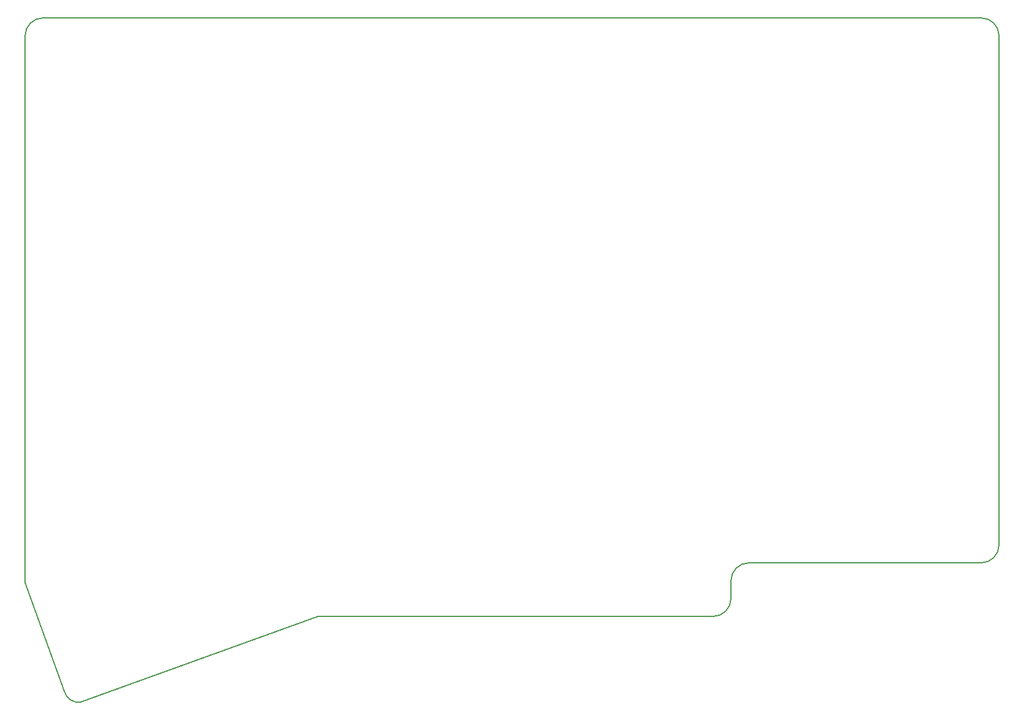
<source format=gbr>
G04 #@! TF.GenerationSoftware,KiCad,Pcbnew,(5.0.2)-1*
G04 #@! TF.CreationDate,2019-03-26T19:18:30+09:00*
G04 #@! TF.ProjectId,ergo50,6572676f-3530-42e6-9b69-6361645f7063,rev?*
G04 #@! TF.SameCoordinates,Original*
G04 #@! TF.FileFunction,Profile,NP*
%FSLAX46Y46*%
G04 Gerber Fmt 4.6, Leading zero omitted, Abs format (unit mm)*
G04 Created by KiCad (PCBNEW (5.0.2)-1) date 2019/03/26 19:18:30*
%MOMM*%
%LPD*%
G01*
G04 APERTURE LIST*
%ADD10C,0.150000*%
%ADD11C,0.200000*%
G04 APERTURE END LIST*
D10*
X81280000Y-60960000D02*
G75*
G02X83820000Y-58420000I2540000J0D01*
G01*
X89154457Y-155705558D02*
G75*
G02X86868000Y-154178000I-266463J2076126D01*
G01*
X122935996Y-143509942D02*
G75*
G02X123190000Y-143510000I126630J-1646195D01*
G01*
X181610000Y-140970000D02*
G75*
G02X179070000Y-143510000I-2540000J0D01*
G01*
X181610000Y-138430000D02*
G75*
G02X184150000Y-135890000I2540000J0D01*
G01*
X219710000Y-133350000D02*
G75*
G02X217170000Y-135890000I-2540000J0D01*
G01*
X217170000Y-58420000D02*
G75*
G02X219710000Y-60960000I0J-2540000D01*
G01*
D11*
X81280000Y-138684000D02*
X86868000Y-154178000D01*
X81280000Y-60960000D02*
X81280000Y-138684000D01*
X217170000Y-58420000D02*
X83820000Y-58420000D01*
X219710000Y-133350000D02*
X219710000Y-60960000D01*
X184150000Y-135890000D02*
X217170000Y-135890000D01*
X181610000Y-140970000D02*
X181610000Y-138430000D01*
X123190000Y-143510000D02*
X179070000Y-143510000D01*
X89154000Y-155702000D02*
X122936000Y-143510000D01*
M02*

</source>
